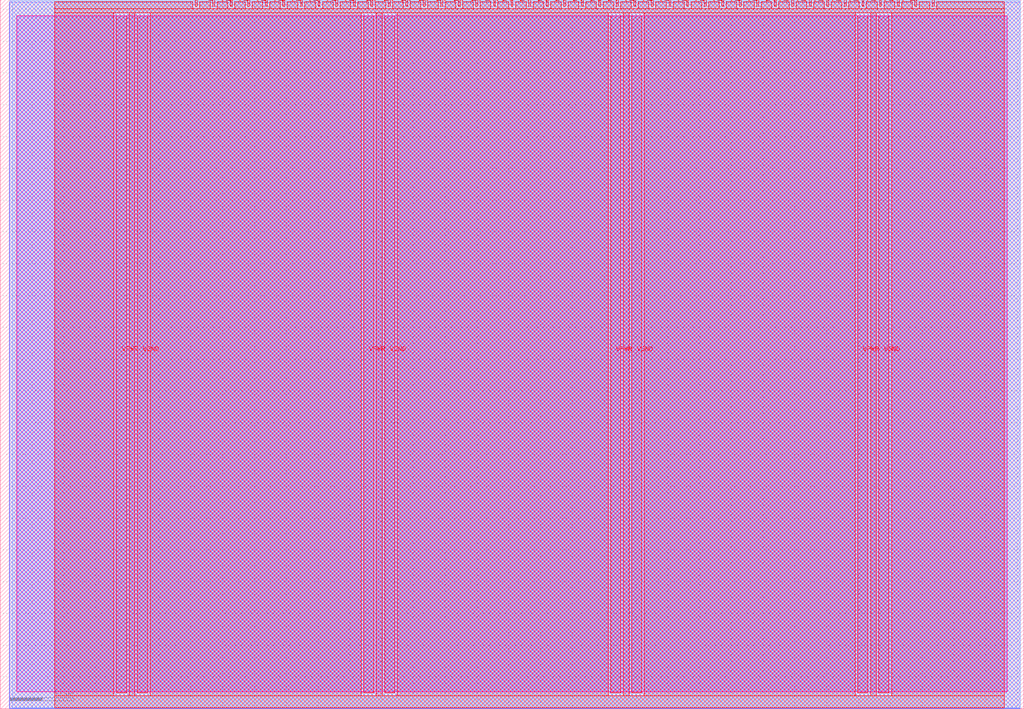
<source format=lef>
VERSION 5.7 ;
  NOWIREEXTENSIONATPIN ON ;
  DIVIDERCHAR "/" ;
  BUSBITCHARS "[]" ;
MACRO tt_um_tinytapeout_logo_screensaver
  CLASS BLOCK ;
  FOREIGN tt_um_tinytapeout_logo_screensaver ;
  ORIGIN 0.000 0.000 ;
  SIZE 161.000 BY 111.520 ;
  PIN VGND
    DIRECTION INOUT ;
    USE GROUND ;
    PORT
      LAYER met4 ;
        RECT 21.580 2.480 23.180 109.040 ;
    END
    PORT
      LAYER met4 ;
        RECT 60.450 2.480 62.050 109.040 ;
    END
    PORT
      LAYER met4 ;
        RECT 99.320 2.480 100.920 109.040 ;
    END
    PORT
      LAYER met4 ;
        RECT 138.190 2.480 139.790 109.040 ;
    END
  END VGND
  PIN VPWR
    DIRECTION INOUT ;
    USE POWER ;
    PORT
      LAYER met4 ;
        RECT 18.280 2.480 19.880 109.040 ;
    END
    PORT
      LAYER met4 ;
        RECT 57.150 2.480 58.750 109.040 ;
    END
    PORT
      LAYER met4 ;
        RECT 96.020 2.480 97.620 109.040 ;
    END
    PORT
      LAYER met4 ;
        RECT 134.890 2.480 136.490 109.040 ;
    END
  END VPWR
  PIN clk
    DIRECTION INPUT ;
    USE SIGNAL ;
    ANTENNAGATEAREA 0.852000 ;
    PORT
      LAYER met4 ;
        RECT 143.830 110.520 144.130 111.520 ;
    END
  END clk
  PIN ena
    DIRECTION INPUT ;
    USE SIGNAL ;
    PORT
      LAYER met4 ;
        RECT 146.590 110.520 146.890 111.520 ;
    END
  END ena
  PIN rst_n
    DIRECTION INPUT ;
    USE SIGNAL ;
    ANTENNAGATEAREA 0.631200 ;
    ANTENNADIFFAREA 0.434700 ;
    PORT
      LAYER met4 ;
        RECT 141.070 110.520 141.370 111.520 ;
    END
  END rst_n
  PIN ui_in[0]
    DIRECTION INPUT ;
    USE SIGNAL ;
    ANTENNAGATEAREA 0.196500 ;
    PORT
      LAYER met4 ;
        RECT 138.310 110.520 138.610 111.520 ;
    END
  END ui_in[0]
  PIN ui_in[1]
    DIRECTION INPUT ;
    USE SIGNAL ;
    ANTENNAGATEAREA 0.196500 ;
    PORT
      LAYER met4 ;
        RECT 135.550 110.520 135.850 111.520 ;
    END
  END ui_in[1]
  PIN ui_in[2]
    DIRECTION INPUT ;
    USE SIGNAL ;
    PORT
      LAYER met4 ;
        RECT 132.790 110.520 133.090 111.520 ;
    END
  END ui_in[2]
  PIN ui_in[3]
    DIRECTION INPUT ;
    USE SIGNAL ;
    PORT
      LAYER met4 ;
        RECT 130.030 110.520 130.330 111.520 ;
    END
  END ui_in[3]
  PIN ui_in[4]
    DIRECTION INPUT ;
    USE SIGNAL ;
    ANTENNAGATEAREA 0.196500 ;
    PORT
      LAYER met4 ;
        RECT 127.270 110.520 127.570 111.520 ;
    END
  END ui_in[4]
  PIN ui_in[5]
    DIRECTION INPUT ;
    USE SIGNAL ;
    ANTENNAGATEAREA 0.631200 ;
    ANTENNADIFFAREA 0.434700 ;
    PORT
      LAYER met4 ;
        RECT 124.510 110.520 124.810 111.520 ;
    END
  END ui_in[5]
  PIN ui_in[6]
    DIRECTION INPUT ;
    USE SIGNAL ;
    ANTENNAGATEAREA 0.196500 ;
    PORT
      LAYER met4 ;
        RECT 121.750 110.520 122.050 111.520 ;
    END
  END ui_in[6]
  PIN ui_in[7]
    DIRECTION INPUT ;
    USE SIGNAL ;
    PORT
      LAYER met4 ;
        RECT 118.990 110.520 119.290 111.520 ;
    END
  END ui_in[7]
  PIN uio_in[0]
    DIRECTION INPUT ;
    USE SIGNAL ;
    PORT
      LAYER met4 ;
        RECT 116.230 110.520 116.530 111.520 ;
    END
  END uio_in[0]
  PIN uio_in[1]
    DIRECTION INPUT ;
    USE SIGNAL ;
    PORT
      LAYER met4 ;
        RECT 113.470 110.520 113.770 111.520 ;
    END
  END uio_in[1]
  PIN uio_in[2]
    DIRECTION INPUT ;
    USE SIGNAL ;
    PORT
      LAYER met4 ;
        RECT 110.710 110.520 111.010 111.520 ;
    END
  END uio_in[2]
  PIN uio_in[3]
    DIRECTION INPUT ;
    USE SIGNAL ;
    PORT
      LAYER met4 ;
        RECT 107.950 110.520 108.250 111.520 ;
    END
  END uio_in[3]
  PIN uio_in[4]
    DIRECTION INPUT ;
    USE SIGNAL ;
    PORT
      LAYER met4 ;
        RECT 105.190 110.520 105.490 111.520 ;
    END
  END uio_in[4]
  PIN uio_in[5]
    DIRECTION INPUT ;
    USE SIGNAL ;
    PORT
      LAYER met4 ;
        RECT 102.430 110.520 102.730 111.520 ;
    END
  END uio_in[5]
  PIN uio_in[6]
    DIRECTION INPUT ;
    USE SIGNAL ;
    PORT
      LAYER met4 ;
        RECT 99.670 110.520 99.970 111.520 ;
    END
  END uio_in[6]
  PIN uio_in[7]
    DIRECTION INPUT ;
    USE SIGNAL ;
    PORT
      LAYER met4 ;
        RECT 96.910 110.520 97.210 111.520 ;
    END
  END uio_in[7]
  PIN uio_oe[0]
    DIRECTION OUTPUT ;
    USE SIGNAL ;
    PORT
      LAYER met4 ;
        RECT 49.990 110.520 50.290 111.520 ;
    END
  END uio_oe[0]
  PIN uio_oe[1]
    DIRECTION OUTPUT ;
    USE SIGNAL ;
    PORT
      LAYER met4 ;
        RECT 47.230 110.520 47.530 111.520 ;
    END
  END uio_oe[1]
  PIN uio_oe[2]
    DIRECTION OUTPUT ;
    USE SIGNAL ;
    PORT
      LAYER met4 ;
        RECT 44.470 110.520 44.770 111.520 ;
    END
  END uio_oe[2]
  PIN uio_oe[3]
    DIRECTION OUTPUT ;
    USE SIGNAL ;
    PORT
      LAYER met4 ;
        RECT 41.710 110.520 42.010 111.520 ;
    END
  END uio_oe[3]
  PIN uio_oe[4]
    DIRECTION OUTPUT ;
    USE SIGNAL ;
    PORT
      LAYER met4 ;
        RECT 38.950 110.520 39.250 111.520 ;
    END
  END uio_oe[4]
  PIN uio_oe[5]
    DIRECTION OUTPUT ;
    USE SIGNAL ;
    PORT
      LAYER met4 ;
        RECT 36.190 110.520 36.490 111.520 ;
    END
  END uio_oe[5]
  PIN uio_oe[6]
    DIRECTION OUTPUT ;
    USE SIGNAL ;
    PORT
      LAYER met4 ;
        RECT 33.430 110.520 33.730 111.520 ;
    END
  END uio_oe[6]
  PIN uio_oe[7]
    DIRECTION OUTPUT ;
    USE SIGNAL ;
    PORT
      LAYER met4 ;
        RECT 30.670 110.520 30.970 111.520 ;
    END
  END uio_oe[7]
  PIN uio_out[0]
    DIRECTION OUTPUT ;
    USE SIGNAL ;
    PORT
      LAYER met4 ;
        RECT 72.070 110.520 72.370 111.520 ;
    END
  END uio_out[0]
  PIN uio_out[1]
    DIRECTION OUTPUT ;
    USE SIGNAL ;
    PORT
      LAYER met4 ;
        RECT 69.310 110.520 69.610 111.520 ;
    END
  END uio_out[1]
  PIN uio_out[2]
    DIRECTION OUTPUT ;
    USE SIGNAL ;
    PORT
      LAYER met4 ;
        RECT 66.550 110.520 66.850 111.520 ;
    END
  END uio_out[2]
  PIN uio_out[3]
    DIRECTION OUTPUT ;
    USE SIGNAL ;
    PORT
      LAYER met4 ;
        RECT 63.790 110.520 64.090 111.520 ;
    END
  END uio_out[3]
  PIN uio_out[4]
    DIRECTION OUTPUT ;
    USE SIGNAL ;
    PORT
      LAYER met4 ;
        RECT 61.030 110.520 61.330 111.520 ;
    END
  END uio_out[4]
  PIN uio_out[5]
    DIRECTION OUTPUT ;
    USE SIGNAL ;
    PORT
      LAYER met4 ;
        RECT 58.270 110.520 58.570 111.520 ;
    END
  END uio_out[5]
  PIN uio_out[6]
    DIRECTION OUTPUT ;
    USE SIGNAL ;
    PORT
      LAYER met4 ;
        RECT 55.510 110.520 55.810 111.520 ;
    END
  END uio_out[6]
  PIN uio_out[7]
    DIRECTION OUTPUT ;
    USE SIGNAL ;
    PORT
      LAYER met4 ;
        RECT 52.750 110.520 53.050 111.520 ;
    END
  END uio_out[7]
  PIN uo_out[0]
    DIRECTION OUTPUT ;
    USE SIGNAL ;
    ANTENNADIFFAREA 0.445500 ;
    PORT
      LAYER met4 ;
        RECT 94.150 110.520 94.450 111.520 ;
    END
  END uo_out[0]
  PIN uo_out[1]
    DIRECTION OUTPUT ;
    USE SIGNAL ;
    ANTENNADIFFAREA 0.445500 ;
    PORT
      LAYER met4 ;
        RECT 91.390 110.520 91.690 111.520 ;
    END
  END uo_out[1]
  PIN uo_out[2]
    DIRECTION OUTPUT ;
    USE SIGNAL ;
    ANTENNADIFFAREA 0.445500 ;
    PORT
      LAYER met4 ;
        RECT 88.630 110.520 88.930 111.520 ;
    END
  END uo_out[2]
  PIN uo_out[3]
    DIRECTION OUTPUT ;
    USE SIGNAL ;
    ANTENNADIFFAREA 0.445500 ;
    PORT
      LAYER met4 ;
        RECT 85.870 110.520 86.170 111.520 ;
    END
  END uo_out[3]
  PIN uo_out[4]
    DIRECTION OUTPUT ;
    USE SIGNAL ;
    ANTENNADIFFAREA 0.445500 ;
    PORT
      LAYER met4 ;
        RECT 83.110 110.520 83.410 111.520 ;
    END
  END uo_out[4]
  PIN uo_out[5]
    DIRECTION OUTPUT ;
    USE SIGNAL ;
    ANTENNADIFFAREA 0.445500 ;
    PORT
      LAYER met4 ;
        RECT 80.350 110.520 80.650 111.520 ;
    END
  END uo_out[5]
  PIN uo_out[6]
    DIRECTION OUTPUT ;
    USE SIGNAL ;
    ANTENNADIFFAREA 0.445500 ;
    PORT
      LAYER met4 ;
        RECT 77.590 110.520 77.890 111.520 ;
    END
  END uo_out[6]
  PIN uo_out[7]
    DIRECTION OUTPUT ;
    USE SIGNAL ;
    ANTENNADIFFAREA 0.445500 ;
    PORT
      LAYER met4 ;
        RECT 74.830 110.520 75.130 111.520 ;
    END
  END uo_out[7]
  OBS
      LAYER nwell ;
        RECT 2.570 2.635 158.430 108.990 ;
      LAYER li1 ;
        RECT 2.760 2.635 158.240 108.885 ;
      LAYER met1 ;
        RECT 1.450 0.040 160.470 111.140 ;
      LAYER met2 ;
        RECT 1.480 0.010 160.450 111.365 ;
      LAYER met3 ;
        RECT 1.905 0.175 160.475 111.345 ;
      LAYER met4 ;
        RECT 8.575 110.120 30.270 111.170 ;
        RECT 31.370 110.120 33.030 111.170 ;
        RECT 34.130 110.120 35.790 111.170 ;
        RECT 36.890 110.120 38.550 111.170 ;
        RECT 39.650 110.120 41.310 111.170 ;
        RECT 42.410 110.120 44.070 111.170 ;
        RECT 45.170 110.120 46.830 111.170 ;
        RECT 47.930 110.120 49.590 111.170 ;
        RECT 50.690 110.120 52.350 111.170 ;
        RECT 53.450 110.120 55.110 111.170 ;
        RECT 56.210 110.120 57.870 111.170 ;
        RECT 58.970 110.120 60.630 111.170 ;
        RECT 61.730 110.120 63.390 111.170 ;
        RECT 64.490 110.120 66.150 111.170 ;
        RECT 67.250 110.120 68.910 111.170 ;
        RECT 70.010 110.120 71.670 111.170 ;
        RECT 72.770 110.120 74.430 111.170 ;
        RECT 75.530 110.120 77.190 111.170 ;
        RECT 78.290 110.120 79.950 111.170 ;
        RECT 81.050 110.120 82.710 111.170 ;
        RECT 83.810 110.120 85.470 111.170 ;
        RECT 86.570 110.120 88.230 111.170 ;
        RECT 89.330 110.120 90.990 111.170 ;
        RECT 92.090 110.120 93.750 111.170 ;
        RECT 94.850 110.120 96.510 111.170 ;
        RECT 97.610 110.120 99.270 111.170 ;
        RECT 100.370 110.120 102.030 111.170 ;
        RECT 103.130 110.120 104.790 111.170 ;
        RECT 105.890 110.120 107.550 111.170 ;
        RECT 108.650 110.120 110.310 111.170 ;
        RECT 111.410 110.120 113.070 111.170 ;
        RECT 114.170 110.120 115.830 111.170 ;
        RECT 116.930 110.120 118.590 111.170 ;
        RECT 119.690 110.120 121.350 111.170 ;
        RECT 122.450 110.120 124.110 111.170 ;
        RECT 125.210 110.120 126.870 111.170 ;
        RECT 127.970 110.120 129.630 111.170 ;
        RECT 130.730 110.120 132.390 111.170 ;
        RECT 133.490 110.120 135.150 111.170 ;
        RECT 136.250 110.120 137.910 111.170 ;
        RECT 139.010 110.120 140.670 111.170 ;
        RECT 141.770 110.120 143.430 111.170 ;
        RECT 144.530 110.120 146.190 111.170 ;
        RECT 147.290 110.120 157.945 111.170 ;
        RECT 8.575 109.440 157.945 110.120 ;
        RECT 8.575 2.080 17.880 109.440 ;
        RECT 20.280 2.080 21.180 109.440 ;
        RECT 23.580 2.080 56.750 109.440 ;
        RECT 59.150 2.080 60.050 109.440 ;
        RECT 62.450 2.080 95.620 109.440 ;
        RECT 98.020 2.080 98.920 109.440 ;
        RECT 101.320 2.080 134.490 109.440 ;
        RECT 136.890 2.080 137.790 109.440 ;
        RECT 140.190 2.080 157.945 109.440 ;
        RECT 8.575 0.175 157.945 2.080 ;
  END
END tt_um_tinytapeout_logo_screensaver
END LIBRARY


</source>
